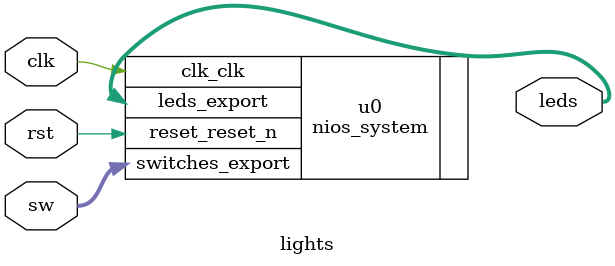
<source format=v>
module lights(leds, sw, clk, rst);
	output [7:0] leds;
	input [7:0] sw;
	input clk, rst;


    nios_system u0 (
        .clk_clk         (clk),         //      clk.clk
        .reset_reset_n   (rst),   //    reset.reset_n
        .switches_export (sw), // switches.export
        .leds_export     (leds)      //     leds.export
    );
	 
	 
endmodule

</source>
